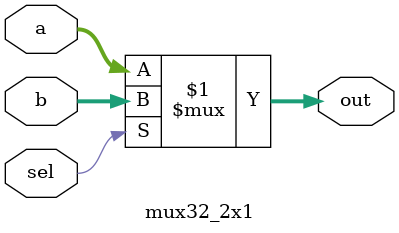
<source format=v>
module mux32_2x1 (a, b, sel, out);
	input wire [31:0]a;
	input wire [31:0]b;
	input wire sel;
	output wire [31:0]out;
	
	assign out = (sel) ? b : a;
endmodule 
</source>
